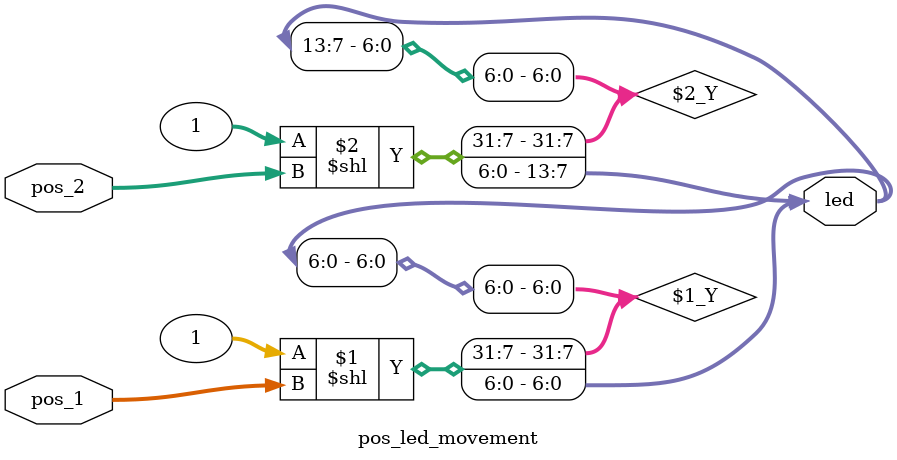
<source format=v>
`timescale 1ns / 1ps

module pos_led_movement(
    input [2:0] pos_1,
    input [2:0] pos_2,
    output [13:0] led
    );
    
    assign led[6:0] = (1 << pos_1);
    assign led[13:7] = (1 << pos_2);
endmodule

</source>
